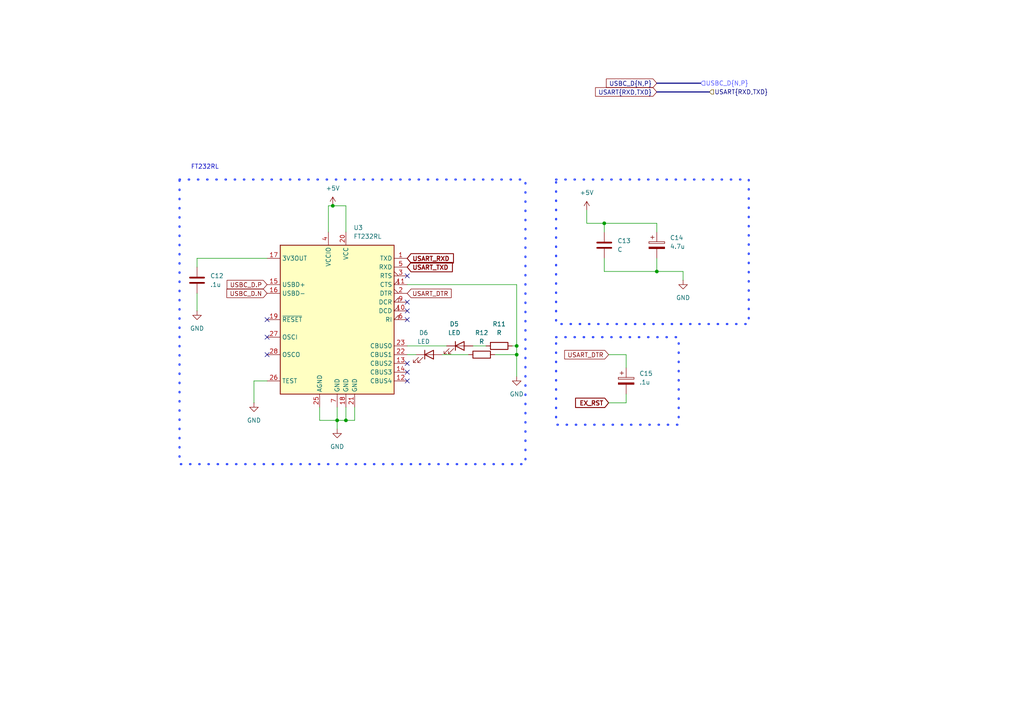
<source format=kicad_sch>
(kicad_sch
	(version 20231120)
	(generator "eeschema")
	(generator_version "8.0")
	(uuid "c5f9ba74-aabe-4677-adf5-8c30f2b7267c")
	(paper "A4")
	(lib_symbols
		(symbol "Device:C"
			(pin_numbers hide)
			(pin_names
				(offset 0.254)
			)
			(exclude_from_sim no)
			(in_bom yes)
			(on_board yes)
			(property "Reference" "C"
				(at 0.635 2.54 0)
				(effects
					(font
						(size 1.27 1.27)
					)
					(justify left)
				)
			)
			(property "Value" "C"
				(at 0.635 -2.54 0)
				(effects
					(font
						(size 1.27 1.27)
					)
					(justify left)
				)
			)
			(property "Footprint" ""
				(at 0.9652 -3.81 0)
				(effects
					(font
						(size 1.27 1.27)
					)
					(hide yes)
				)
			)
			(property "Datasheet" "~"
				(at 0 0 0)
				(effects
					(font
						(size 1.27 1.27)
					)
					(hide yes)
				)
			)
			(property "Description" "Unpolarized capacitor"
				(at 0 0 0)
				(effects
					(font
						(size 1.27 1.27)
					)
					(hide yes)
				)
			)
			(property "ki_keywords" "cap capacitor"
				(at 0 0 0)
				(effects
					(font
						(size 1.27 1.27)
					)
					(hide yes)
				)
			)
			(property "ki_fp_filters" "C_*"
				(at 0 0 0)
				(effects
					(font
						(size 1.27 1.27)
					)
					(hide yes)
				)
			)
			(symbol "C_0_1"
				(polyline
					(pts
						(xy -2.032 -0.762) (xy 2.032 -0.762)
					)
					(stroke
						(width 0.508)
						(type default)
					)
					(fill
						(type none)
					)
				)
				(polyline
					(pts
						(xy -2.032 0.762) (xy 2.032 0.762)
					)
					(stroke
						(width 0.508)
						(type default)
					)
					(fill
						(type none)
					)
				)
			)
			(symbol "C_1_1"
				(pin passive line
					(at 0 3.81 270)
					(length 2.794)
					(name "~"
						(effects
							(font
								(size 1.27 1.27)
							)
						)
					)
					(number "1"
						(effects
							(font
								(size 1.27 1.27)
							)
						)
					)
				)
				(pin passive line
					(at 0 -3.81 90)
					(length 2.794)
					(name "~"
						(effects
							(font
								(size 1.27 1.27)
							)
						)
					)
					(number "2"
						(effects
							(font
								(size 1.27 1.27)
							)
						)
					)
				)
			)
		)
		(symbol "Device:C_Polarized"
			(pin_numbers hide)
			(pin_names
				(offset 0.254)
			)
			(exclude_from_sim no)
			(in_bom yes)
			(on_board yes)
			(property "Reference" "C"
				(at 0.635 2.54 0)
				(effects
					(font
						(size 1.27 1.27)
					)
					(justify left)
				)
			)
			(property "Value" "C_Polarized"
				(at 0.635 -2.54 0)
				(effects
					(font
						(size 1.27 1.27)
					)
					(justify left)
				)
			)
			(property "Footprint" ""
				(at 0.9652 -3.81 0)
				(effects
					(font
						(size 1.27 1.27)
					)
					(hide yes)
				)
			)
			(property "Datasheet" "~"
				(at 0 0 0)
				(effects
					(font
						(size 1.27 1.27)
					)
					(hide yes)
				)
			)
			(property "Description" "Polarized capacitor"
				(at 0 0 0)
				(effects
					(font
						(size 1.27 1.27)
					)
					(hide yes)
				)
			)
			(property "ki_keywords" "cap capacitor"
				(at 0 0 0)
				(effects
					(font
						(size 1.27 1.27)
					)
					(hide yes)
				)
			)
			(property "ki_fp_filters" "CP_*"
				(at 0 0 0)
				(effects
					(font
						(size 1.27 1.27)
					)
					(hide yes)
				)
			)
			(symbol "C_Polarized_0_1"
				(rectangle
					(start -2.286 0.508)
					(end 2.286 1.016)
					(stroke
						(width 0)
						(type default)
					)
					(fill
						(type none)
					)
				)
				(polyline
					(pts
						(xy -1.778 2.286) (xy -0.762 2.286)
					)
					(stroke
						(width 0)
						(type default)
					)
					(fill
						(type none)
					)
				)
				(polyline
					(pts
						(xy -1.27 2.794) (xy -1.27 1.778)
					)
					(stroke
						(width 0)
						(type default)
					)
					(fill
						(type none)
					)
				)
				(rectangle
					(start 2.286 -0.508)
					(end -2.286 -1.016)
					(stroke
						(width 0)
						(type default)
					)
					(fill
						(type outline)
					)
				)
			)
			(symbol "C_Polarized_1_1"
				(pin passive line
					(at 0 3.81 270)
					(length 2.794)
					(name "~"
						(effects
							(font
								(size 1.27 1.27)
							)
						)
					)
					(number "1"
						(effects
							(font
								(size 1.27 1.27)
							)
						)
					)
				)
				(pin passive line
					(at 0 -3.81 90)
					(length 2.794)
					(name "~"
						(effects
							(font
								(size 1.27 1.27)
							)
						)
					)
					(number "2"
						(effects
							(font
								(size 1.27 1.27)
							)
						)
					)
				)
			)
		)
		(symbol "Device:LED"
			(pin_numbers hide)
			(pin_names
				(offset 1.016) hide)
			(exclude_from_sim no)
			(in_bom yes)
			(on_board yes)
			(property "Reference" "D"
				(at 0 2.54 0)
				(effects
					(font
						(size 1.27 1.27)
					)
				)
			)
			(property "Value" "LED"
				(at 0 -2.54 0)
				(effects
					(font
						(size 1.27 1.27)
					)
				)
			)
			(property "Footprint" ""
				(at 0 0 0)
				(effects
					(font
						(size 1.27 1.27)
					)
					(hide yes)
				)
			)
			(property "Datasheet" "~"
				(at 0 0 0)
				(effects
					(font
						(size 1.27 1.27)
					)
					(hide yes)
				)
			)
			(property "Description" "Light emitting diode"
				(at 0 0 0)
				(effects
					(font
						(size 1.27 1.27)
					)
					(hide yes)
				)
			)
			(property "ki_keywords" "LED diode"
				(at 0 0 0)
				(effects
					(font
						(size 1.27 1.27)
					)
					(hide yes)
				)
			)
			(property "ki_fp_filters" "LED* LED_SMD:* LED_THT:*"
				(at 0 0 0)
				(effects
					(font
						(size 1.27 1.27)
					)
					(hide yes)
				)
			)
			(symbol "LED_0_1"
				(polyline
					(pts
						(xy -1.27 -1.27) (xy -1.27 1.27)
					)
					(stroke
						(width 0.254)
						(type default)
					)
					(fill
						(type none)
					)
				)
				(polyline
					(pts
						(xy -1.27 0) (xy 1.27 0)
					)
					(stroke
						(width 0)
						(type default)
					)
					(fill
						(type none)
					)
				)
				(polyline
					(pts
						(xy 1.27 -1.27) (xy 1.27 1.27) (xy -1.27 0) (xy 1.27 -1.27)
					)
					(stroke
						(width 0.254)
						(type default)
					)
					(fill
						(type none)
					)
				)
				(polyline
					(pts
						(xy -3.048 -0.762) (xy -4.572 -2.286) (xy -3.81 -2.286) (xy -4.572 -2.286) (xy -4.572 -1.524)
					)
					(stroke
						(width 0)
						(type default)
					)
					(fill
						(type none)
					)
				)
				(polyline
					(pts
						(xy -1.778 -0.762) (xy -3.302 -2.286) (xy -2.54 -2.286) (xy -3.302 -2.286) (xy -3.302 -1.524)
					)
					(stroke
						(width 0)
						(type default)
					)
					(fill
						(type none)
					)
				)
			)
			(symbol "LED_1_1"
				(pin passive line
					(at -3.81 0 0)
					(length 2.54)
					(name "K"
						(effects
							(font
								(size 1.27 1.27)
							)
						)
					)
					(number "1"
						(effects
							(font
								(size 1.27 1.27)
							)
						)
					)
				)
				(pin passive line
					(at 3.81 0 180)
					(length 2.54)
					(name "A"
						(effects
							(font
								(size 1.27 1.27)
							)
						)
					)
					(number "2"
						(effects
							(font
								(size 1.27 1.27)
							)
						)
					)
				)
			)
		)
		(symbol "Device:R"
			(pin_numbers hide)
			(pin_names
				(offset 0)
			)
			(exclude_from_sim no)
			(in_bom yes)
			(on_board yes)
			(property "Reference" "R"
				(at 2.032 0 90)
				(effects
					(font
						(size 1.27 1.27)
					)
				)
			)
			(property "Value" "R"
				(at 0 0 90)
				(effects
					(font
						(size 1.27 1.27)
					)
				)
			)
			(property "Footprint" ""
				(at -1.778 0 90)
				(effects
					(font
						(size 1.27 1.27)
					)
					(hide yes)
				)
			)
			(property "Datasheet" "~"
				(at 0 0 0)
				(effects
					(font
						(size 1.27 1.27)
					)
					(hide yes)
				)
			)
			(property "Description" "Resistor"
				(at 0 0 0)
				(effects
					(font
						(size 1.27 1.27)
					)
					(hide yes)
				)
			)
			(property "ki_keywords" "R res resistor"
				(at 0 0 0)
				(effects
					(font
						(size 1.27 1.27)
					)
					(hide yes)
				)
			)
			(property "ki_fp_filters" "R_*"
				(at 0 0 0)
				(effects
					(font
						(size 1.27 1.27)
					)
					(hide yes)
				)
			)
			(symbol "R_0_1"
				(rectangle
					(start -1.016 -2.54)
					(end 1.016 2.54)
					(stroke
						(width 0.254)
						(type default)
					)
					(fill
						(type none)
					)
				)
			)
			(symbol "R_1_1"
				(pin passive line
					(at 0 3.81 270)
					(length 1.27)
					(name "~"
						(effects
							(font
								(size 1.27 1.27)
							)
						)
					)
					(number "1"
						(effects
							(font
								(size 1.27 1.27)
							)
						)
					)
				)
				(pin passive line
					(at 0 -3.81 90)
					(length 1.27)
					(name "~"
						(effects
							(font
								(size 1.27 1.27)
							)
						)
					)
					(number "2"
						(effects
							(font
								(size 1.27 1.27)
							)
						)
					)
				)
			)
		)
		(symbol "Interface_USB:FT232RL"
			(exclude_from_sim no)
			(in_bom yes)
			(on_board yes)
			(property "Reference" "U"
				(at -16.51 22.86 0)
				(effects
					(font
						(size 1.27 1.27)
					)
					(justify left)
				)
			)
			(property "Value" "FT232RL"
				(at 10.16 22.86 0)
				(effects
					(font
						(size 1.27 1.27)
					)
					(justify left)
				)
			)
			(property "Footprint" "Package_SO:SSOP-28_5.3x10.2mm_P0.65mm"
				(at 27.94 -22.86 0)
				(effects
					(font
						(size 1.27 1.27)
					)
					(hide yes)
				)
			)
			(property "Datasheet" "https://www.ftdichip.com/Support/Documents/DataSheets/ICs/DS_FT232R.pdf"
				(at 0 0 0)
				(effects
					(font
						(size 1.27 1.27)
					)
					(hide yes)
				)
			)
			(property "Description" "USB to Serial Interface, SSOP-28"
				(at 0 0 0)
				(effects
					(font
						(size 1.27 1.27)
					)
					(hide yes)
				)
			)
			(property "ki_keywords" "FTDI USB Serial"
				(at 0 0 0)
				(effects
					(font
						(size 1.27 1.27)
					)
					(hide yes)
				)
			)
			(property "ki_fp_filters" "SSOP*5.3x10.2mm*P0.65mm*"
				(at 0 0 0)
				(effects
					(font
						(size 1.27 1.27)
					)
					(hide yes)
				)
			)
			(symbol "FT232RL_0_1"
				(rectangle
					(start -16.51 21.59)
					(end 16.51 -21.59)
					(stroke
						(width 0.254)
						(type default)
					)
					(fill
						(type background)
					)
				)
			)
			(symbol "FT232RL_1_1"
				(pin output line
					(at 20.32 17.78 180)
					(length 3.81)
					(name "TXD"
						(effects
							(font
								(size 1.27 1.27)
							)
						)
					)
					(number "1"
						(effects
							(font
								(size 1.27 1.27)
							)
						)
					)
				)
				(pin input input_low
					(at 20.32 2.54 180)
					(length 3.81)
					(name "DCD"
						(effects
							(font
								(size 1.27 1.27)
							)
						)
					)
					(number "10"
						(effects
							(font
								(size 1.27 1.27)
							)
						)
					)
				)
				(pin input input_low
					(at 20.32 10.16 180)
					(length 3.81)
					(name "CTS"
						(effects
							(font
								(size 1.27 1.27)
							)
						)
					)
					(number "11"
						(effects
							(font
								(size 1.27 1.27)
							)
						)
					)
				)
				(pin bidirectional line
					(at 20.32 -17.78 180)
					(length 3.81)
					(name "CBUS4"
						(effects
							(font
								(size 1.27 1.27)
							)
						)
					)
					(number "12"
						(effects
							(font
								(size 1.27 1.27)
							)
						)
					)
				)
				(pin bidirectional line
					(at 20.32 -12.7 180)
					(length 3.81)
					(name "CBUS2"
						(effects
							(font
								(size 1.27 1.27)
							)
						)
					)
					(number "13"
						(effects
							(font
								(size 1.27 1.27)
							)
						)
					)
				)
				(pin bidirectional line
					(at 20.32 -15.24 180)
					(length 3.81)
					(name "CBUS3"
						(effects
							(font
								(size 1.27 1.27)
							)
						)
					)
					(number "14"
						(effects
							(font
								(size 1.27 1.27)
							)
						)
					)
				)
				(pin bidirectional line
					(at -20.32 10.16 0)
					(length 3.81)
					(name "USBD+"
						(effects
							(font
								(size 1.27 1.27)
							)
						)
					)
					(number "15"
						(effects
							(font
								(size 1.27 1.27)
							)
						)
					)
				)
				(pin bidirectional line
					(at -20.32 7.62 0)
					(length 3.81)
					(name "USBD-"
						(effects
							(font
								(size 1.27 1.27)
							)
						)
					)
					(number "16"
						(effects
							(font
								(size 1.27 1.27)
							)
						)
					)
				)
				(pin power_out line
					(at -20.32 17.78 0)
					(length 3.81)
					(name "3V3OUT"
						(effects
							(font
								(size 1.27 1.27)
							)
						)
					)
					(number "17"
						(effects
							(font
								(size 1.27 1.27)
							)
						)
					)
				)
				(pin power_in line
					(at 2.54 -25.4 90)
					(length 3.81)
					(name "GND"
						(effects
							(font
								(size 1.27 1.27)
							)
						)
					)
					(number "18"
						(effects
							(font
								(size 1.27 1.27)
							)
						)
					)
				)
				(pin input line
					(at -20.32 0 0)
					(length 3.81)
					(name "~{RESET}"
						(effects
							(font
								(size 1.27 1.27)
							)
						)
					)
					(number "19"
						(effects
							(font
								(size 1.27 1.27)
							)
						)
					)
				)
				(pin output output_low
					(at 20.32 7.62 180)
					(length 3.81)
					(name "DTR"
						(effects
							(font
								(size 1.27 1.27)
							)
						)
					)
					(number "2"
						(effects
							(font
								(size 1.27 1.27)
							)
						)
					)
				)
				(pin power_in line
					(at 2.54 25.4 270)
					(length 3.81)
					(name "VCC"
						(effects
							(font
								(size 1.27 1.27)
							)
						)
					)
					(number "20"
						(effects
							(font
								(size 1.27 1.27)
							)
						)
					)
				)
				(pin power_in line
					(at 5.08 -25.4 90)
					(length 3.81)
					(name "GND"
						(effects
							(font
								(size 1.27 1.27)
							)
						)
					)
					(number "21"
						(effects
							(font
								(size 1.27 1.27)
							)
						)
					)
				)
				(pin bidirectional line
					(at 20.32 -10.16 180)
					(length 3.81)
					(name "CBUS1"
						(effects
							(font
								(size 1.27 1.27)
							)
						)
					)
					(number "22"
						(effects
							(font
								(size 1.27 1.27)
							)
						)
					)
				)
				(pin bidirectional line
					(at 20.32 -7.62 180)
					(length 3.81)
					(name "CBUS0"
						(effects
							(font
								(size 1.27 1.27)
							)
						)
					)
					(number "23"
						(effects
							(font
								(size 1.27 1.27)
							)
						)
					)
				)
				(pin power_in line
					(at -5.08 -25.4 90)
					(length 3.81)
					(name "AGND"
						(effects
							(font
								(size 1.27 1.27)
							)
						)
					)
					(number "25"
						(effects
							(font
								(size 1.27 1.27)
							)
						)
					)
				)
				(pin input line
					(at -20.32 -17.78 0)
					(length 3.81)
					(name "TEST"
						(effects
							(font
								(size 1.27 1.27)
							)
						)
					)
					(number "26"
						(effects
							(font
								(size 1.27 1.27)
							)
						)
					)
				)
				(pin input line
					(at -20.32 -5.08 0)
					(length 3.81)
					(name "OSCI"
						(effects
							(font
								(size 1.27 1.27)
							)
						)
					)
					(number "27"
						(effects
							(font
								(size 1.27 1.27)
							)
						)
					)
				)
				(pin output line
					(at -20.32 -10.16 0)
					(length 3.81)
					(name "OSCO"
						(effects
							(font
								(size 1.27 1.27)
							)
						)
					)
					(number "28"
						(effects
							(font
								(size 1.27 1.27)
							)
						)
					)
				)
				(pin output output_low
					(at 20.32 12.7 180)
					(length 3.81)
					(name "RTS"
						(effects
							(font
								(size 1.27 1.27)
							)
						)
					)
					(number "3"
						(effects
							(font
								(size 1.27 1.27)
							)
						)
					)
				)
				(pin power_in line
					(at -2.54 25.4 270)
					(length 3.81)
					(name "VCCIO"
						(effects
							(font
								(size 1.27 1.27)
							)
						)
					)
					(number "4"
						(effects
							(font
								(size 1.27 1.27)
							)
						)
					)
				)
				(pin input line
					(at 20.32 15.24 180)
					(length 3.81)
					(name "RXD"
						(effects
							(font
								(size 1.27 1.27)
							)
						)
					)
					(number "5"
						(effects
							(font
								(size 1.27 1.27)
							)
						)
					)
				)
				(pin input input_low
					(at 20.32 0 180)
					(length 3.81)
					(name "RI"
						(effects
							(font
								(size 1.27 1.27)
							)
						)
					)
					(number "6"
						(effects
							(font
								(size 1.27 1.27)
							)
						)
					)
				)
				(pin power_in line
					(at 0 -25.4 90)
					(length 3.81)
					(name "GND"
						(effects
							(font
								(size 1.27 1.27)
							)
						)
					)
					(number "7"
						(effects
							(font
								(size 1.27 1.27)
							)
						)
					)
				)
				(pin input input_low
					(at 20.32 5.08 180)
					(length 3.81)
					(name "DCR"
						(effects
							(font
								(size 1.27 1.27)
							)
						)
					)
					(number "9"
						(effects
							(font
								(size 1.27 1.27)
							)
						)
					)
				)
			)
		)
		(symbol "power:+5V"
			(power)
			(pin_numbers hide)
			(pin_names
				(offset 0) hide)
			(exclude_from_sim no)
			(in_bom yes)
			(on_board yes)
			(property "Reference" "#PWR"
				(at 0 -3.81 0)
				(effects
					(font
						(size 1.27 1.27)
					)
					(hide yes)
				)
			)
			(property "Value" "+5V"
				(at 0 3.556 0)
				(effects
					(font
						(size 1.27 1.27)
					)
				)
			)
			(property "Footprint" ""
				(at 0 0 0)
				(effects
					(font
						(size 1.27 1.27)
					)
					(hide yes)
				)
			)
			(property "Datasheet" ""
				(at 0 0 0)
				(effects
					(font
						(size 1.27 1.27)
					)
					(hide yes)
				)
			)
			(property "Description" "Power symbol creates a global label with name \"+5V\""
				(at 0 0 0)
				(effects
					(font
						(size 1.27 1.27)
					)
					(hide yes)
				)
			)
			(property "ki_keywords" "global power"
				(at 0 0 0)
				(effects
					(font
						(size 1.27 1.27)
					)
					(hide yes)
				)
			)
			(symbol "+5V_0_1"
				(polyline
					(pts
						(xy -0.762 1.27) (xy 0 2.54)
					)
					(stroke
						(width 0)
						(type default)
					)
					(fill
						(type none)
					)
				)
				(polyline
					(pts
						(xy 0 0) (xy 0 2.54)
					)
					(stroke
						(width 0)
						(type default)
					)
					(fill
						(type none)
					)
				)
				(polyline
					(pts
						(xy 0 2.54) (xy 0.762 1.27)
					)
					(stroke
						(width 0)
						(type default)
					)
					(fill
						(type none)
					)
				)
			)
			(symbol "+5V_1_1"
				(pin power_in line
					(at 0 0 90)
					(length 0)
					(name "~"
						(effects
							(font
								(size 1.27 1.27)
							)
						)
					)
					(number "1"
						(effects
							(font
								(size 1.27 1.27)
							)
						)
					)
				)
			)
		)
		(symbol "power:GND"
			(power)
			(pin_numbers hide)
			(pin_names
				(offset 0) hide)
			(exclude_from_sim no)
			(in_bom yes)
			(on_board yes)
			(property "Reference" "#PWR"
				(at 0 -6.35 0)
				(effects
					(font
						(size 1.27 1.27)
					)
					(hide yes)
				)
			)
			(property "Value" "GND"
				(at 0 -3.81 0)
				(effects
					(font
						(size 1.27 1.27)
					)
				)
			)
			(property "Footprint" ""
				(at 0 0 0)
				(effects
					(font
						(size 1.27 1.27)
					)
					(hide yes)
				)
			)
			(property "Datasheet" ""
				(at 0 0 0)
				(effects
					(font
						(size 1.27 1.27)
					)
					(hide yes)
				)
			)
			(property "Description" "Power symbol creates a global label with name \"GND\" , ground"
				(at 0 0 0)
				(effects
					(font
						(size 1.27 1.27)
					)
					(hide yes)
				)
			)
			(property "ki_keywords" "global power"
				(at 0 0 0)
				(effects
					(font
						(size 1.27 1.27)
					)
					(hide yes)
				)
			)
			(symbol "GND_0_1"
				(polyline
					(pts
						(xy 0 0) (xy 0 -1.27) (xy 1.27 -1.27) (xy 0 -2.54) (xy -1.27 -1.27) (xy 0 -1.27)
					)
					(stroke
						(width 0)
						(type default)
					)
					(fill
						(type none)
					)
				)
			)
			(symbol "GND_1_1"
				(pin power_in line
					(at 0 0 270)
					(length 0)
					(name "~"
						(effects
							(font
								(size 1.27 1.27)
							)
						)
					)
					(number "1"
						(effects
							(font
								(size 1.27 1.27)
							)
						)
					)
				)
			)
		)
	)
	(junction
		(at 175.26 64.77)
		(diameter 0)
		(color 0 0 0 0)
		(uuid "121d03d0-bbf5-46cc-bbdc-44a6b39f3db2")
	)
	(junction
		(at 190.5 78.74)
		(diameter 0)
		(color 0 0 0 0)
		(uuid "20935636-f1bd-4fa8-91ce-cf9a5c490794")
	)
	(junction
		(at 149.86 102.87)
		(diameter 0)
		(color 0 0 0 0)
		(uuid "83899e00-446c-4a61-a530-fd02fb54cee3")
	)
	(junction
		(at 96.52 59.69)
		(diameter 0)
		(color 0 0 0 0)
		(uuid "94546913-d73b-443a-8cdc-53118fac7afc")
	)
	(junction
		(at 100.33 121.92)
		(diameter 0)
		(color 0 0 0 0)
		(uuid "cabfe9d9-7bf4-4c73-b5e3-c316be66e61a")
	)
	(junction
		(at 149.86 100.33)
		(diameter 0)
		(color 0 0 0 0)
		(uuid "d7252e57-6207-4371-8fd6-0608158029a4")
	)
	(junction
		(at 97.79 121.92)
		(diameter 0)
		(color 0 0 0 0)
		(uuid "e513db88-cddd-4608-8e8e-eba0dc335ebd")
	)
	(no_connect
		(at 77.47 97.79)
		(uuid "1f9242b7-1bd5-454d-aa6f-02d2a822558b")
	)
	(no_connect
		(at 118.11 92.71)
		(uuid "21b713a0-d8e5-49be-904a-49bae351a11e")
	)
	(no_connect
		(at 118.11 105.41)
		(uuid "25835ccf-2feb-4486-9cb3-563878a6da1b")
	)
	(no_connect
		(at 118.11 80.01)
		(uuid "690e7aee-d90e-469d-a3e3-9d45a5cb4154")
	)
	(no_connect
		(at 118.11 110.49)
		(uuid "8595bb0a-61bb-484f-9e5d-35f65f84a5e8")
	)
	(no_connect
		(at 77.47 102.87)
		(uuid "8db800e5-dd2b-4a6f-b6aa-a1e015d6a273")
	)
	(no_connect
		(at 118.11 107.95)
		(uuid "b472278c-48bb-40c4-92d9-0cb6a6ac639c")
	)
	(no_connect
		(at 118.11 87.63)
		(uuid "b4fc0d52-98b5-4c46-9fbf-9b31fe5269fa")
	)
	(no_connect
		(at 77.47 92.71)
		(uuid "b7e22157-4f5c-4119-ac77-3e38df79a54d")
	)
	(no_connect
		(at 118.11 90.17)
		(uuid "ba519b86-aab3-429b-9673-475a418f1534")
	)
	(wire
		(pts
			(xy 149.86 82.55) (xy 118.11 82.55)
		)
		(stroke
			(width 0)
			(type default)
		)
		(uuid "0c828eae-4d7c-4639-b178-6867af7fa1d2")
	)
	(wire
		(pts
			(xy 175.26 64.77) (xy 175.26 67.31)
		)
		(stroke
			(width 0)
			(type default)
		)
		(uuid "11de2cd4-ea12-4580-8cf9-0718c56ec8e5")
	)
	(wire
		(pts
			(xy 118.11 100.33) (xy 129.54 100.33)
		)
		(stroke
			(width 0)
			(type default)
		)
		(uuid "16c4bd5c-684d-4c58-a4ca-2009516c5b19")
	)
	(wire
		(pts
			(xy 170.18 60.96) (xy 170.18 64.77)
		)
		(stroke
			(width 0)
			(type default)
		)
		(uuid "1a019925-085e-421f-ae64-046b6f5a043c")
	)
	(wire
		(pts
			(xy 190.5 64.77) (xy 175.26 64.77)
		)
		(stroke
			(width 0)
			(type default)
		)
		(uuid "278e8842-b859-45eb-a3d1-cdba8294cfd9")
	)
	(wire
		(pts
			(xy 97.79 121.92) (xy 92.71 121.92)
		)
		(stroke
			(width 0)
			(type default)
		)
		(uuid "2d1382b5-2e39-40c0-9bc3-cdab03930223")
	)
	(wire
		(pts
			(xy 175.26 78.74) (xy 190.5 78.74)
		)
		(stroke
			(width 0)
			(type default)
		)
		(uuid "31766dc8-3edf-4874-8087-540874e8c91b")
	)
	(wire
		(pts
			(xy 97.79 124.46) (xy 97.79 121.92)
		)
		(stroke
			(width 0)
			(type default)
		)
		(uuid "3257d5a5-7cee-44d3-b2b4-13fca265edaa")
	)
	(wire
		(pts
			(xy 97.79 121.92) (xy 100.33 121.92)
		)
		(stroke
			(width 0)
			(type default)
		)
		(uuid "356691be-4490-4c7f-bc48-61642559e075")
	)
	(wire
		(pts
			(xy 149.86 102.87) (xy 149.86 100.33)
		)
		(stroke
			(width 0)
			(type default)
		)
		(uuid "4470d5ba-b8e5-4bcb-9dc5-e36a5d676e3a")
	)
	(wire
		(pts
			(xy 95.25 59.69) (xy 96.52 59.69)
		)
		(stroke
			(width 0)
			(type default)
		)
		(uuid "455720f0-6e3e-454e-9aa8-2401837a4d31")
	)
	(wire
		(pts
			(xy 97.79 118.11) (xy 97.79 121.92)
		)
		(stroke
			(width 0)
			(type default)
		)
		(uuid "456efb4e-8485-470e-806f-9a489436995e")
	)
	(wire
		(pts
			(xy 92.71 121.92) (xy 92.71 118.11)
		)
		(stroke
			(width 0)
			(type default)
		)
		(uuid "48037fe8-b0a0-4d61-9ac7-8474610a9418")
	)
	(wire
		(pts
			(xy 170.18 64.77) (xy 175.26 64.77)
		)
		(stroke
			(width 0)
			(type default)
		)
		(uuid "4dc6141f-50be-494f-a6bd-c37dd98f7f2e")
	)
	(wire
		(pts
			(xy 100.33 67.31) (xy 100.33 59.69)
		)
		(stroke
			(width 0)
			(type default)
		)
		(uuid "59a3ecde-5f40-46de-81b6-f99acb18cfba")
	)
	(wire
		(pts
			(xy 100.33 118.11) (xy 100.33 121.92)
		)
		(stroke
			(width 0)
			(type default)
		)
		(uuid "5c1c10a8-18d3-4878-9055-785c636bb623")
	)
	(wire
		(pts
			(xy 100.33 59.69) (xy 96.52 59.69)
		)
		(stroke
			(width 0)
			(type default)
		)
		(uuid "640f3f75-42c9-4c74-81f1-052942805d4f")
	)
	(wire
		(pts
			(xy 148.59 100.33) (xy 149.86 100.33)
		)
		(stroke
			(width 0)
			(type default)
		)
		(uuid "6c992dd1-b3be-40f2-b9da-85a0744313c3")
	)
	(wire
		(pts
			(xy 181.61 102.87) (xy 176.53 102.87)
		)
		(stroke
			(width 0)
			(type default)
		)
		(uuid "6e2bdb83-c98c-48ac-b6d4-c713f6671dff")
	)
	(wire
		(pts
			(xy 95.25 67.31) (xy 95.25 59.69)
		)
		(stroke
			(width 0)
			(type default)
		)
		(uuid "6f063462-be76-4e91-9954-ec7a00da5bbc")
	)
	(wire
		(pts
			(xy 190.5 78.74) (xy 190.5 74.93)
		)
		(stroke
			(width 0)
			(type default)
		)
		(uuid "7048228e-9b20-468b-8481-c25a34207a35")
	)
	(wire
		(pts
			(xy 137.16 100.33) (xy 140.97 100.33)
		)
		(stroke
			(width 0)
			(type default)
		)
		(uuid "71994703-f03e-4c0e-8f1e-ca62905ea893")
	)
	(wire
		(pts
			(xy 57.15 74.93) (xy 77.47 74.93)
		)
		(stroke
			(width 0)
			(type default)
		)
		(uuid "78165ad9-47e9-44df-8baa-4a5b22b4b500")
	)
	(bus
		(pts
			(xy 190.5 26.67) (xy 205.74 26.67)
		)
		(stroke
			(width 0)
			(type default)
		)
		(uuid "7b1e7ca4-befc-4337-883b-d98d47685459")
	)
	(wire
		(pts
			(xy 149.86 100.33) (xy 149.86 82.55)
		)
		(stroke
			(width 0)
			(type default)
		)
		(uuid "837481b1-a935-4a23-9465-ff623d2969b8")
	)
	(wire
		(pts
			(xy 181.61 116.84) (xy 181.61 114.3)
		)
		(stroke
			(width 0)
			(type default)
		)
		(uuid "83e7b453-2624-44ad-8419-e01cae579855")
	)
	(wire
		(pts
			(xy 73.66 116.84) (xy 73.66 110.49)
		)
		(stroke
			(width 0)
			(type default)
		)
		(uuid "8f9a46a9-fbbd-44b1-80b2-13b98fc938d7")
	)
	(wire
		(pts
			(xy 57.15 85.09) (xy 57.15 90.17)
		)
		(stroke
			(width 0)
			(type default)
		)
		(uuid "914cd210-5ccf-4669-bd0f-533f8cc5fbaa")
	)
	(wire
		(pts
			(xy 102.87 118.11) (xy 102.87 121.92)
		)
		(stroke
			(width 0)
			(type default)
		)
		(uuid "92476961-96f8-42be-99c4-1d888aed3b8e")
	)
	(wire
		(pts
			(xy 175.26 74.93) (xy 175.26 78.74)
		)
		(stroke
			(width 0)
			(type default)
		)
		(uuid "92d94f8a-0b56-4b22-954b-93dd4105b970")
	)
	(bus
		(pts
			(xy 190.5 24.13) (xy 203.2 24.13)
		)
		(stroke
			(width 0)
			(type default)
		)
		(uuid "94dbfd6b-5246-4967-8937-5d1edc8bbf2f")
	)
	(wire
		(pts
			(xy 190.5 67.31) (xy 190.5 64.77)
		)
		(stroke
			(width 0)
			(type default)
		)
		(uuid "9b3871ee-fea5-4e04-a8e8-fb8bdc20edcb")
	)
	(wire
		(pts
			(xy 176.53 116.84) (xy 181.61 116.84)
		)
		(stroke
			(width 0)
			(type default)
		)
		(uuid "b67e40c2-6807-42d4-abcb-b3f029e43340")
	)
	(wire
		(pts
			(xy 198.12 81.28) (xy 198.12 78.74)
		)
		(stroke
			(width 0)
			(type default)
		)
		(uuid "c213598a-3dd2-49f9-bbe1-497487721e19")
	)
	(wire
		(pts
			(xy 100.33 121.92) (xy 102.87 121.92)
		)
		(stroke
			(width 0)
			(type default)
		)
		(uuid "cb877b43-9044-42a2-bc35-9f76e532b545")
	)
	(wire
		(pts
			(xy 120.65 102.87) (xy 118.11 102.87)
		)
		(stroke
			(width 0)
			(type default)
		)
		(uuid "cdba53be-715d-4093-a9bf-15a561aaa230")
	)
	(wire
		(pts
			(xy 128.27 102.87) (xy 135.89 102.87)
		)
		(stroke
			(width 0)
			(type default)
		)
		(uuid "cf03db45-758e-483a-b351-ffe536d50357")
	)
	(wire
		(pts
			(xy 198.12 78.74) (xy 190.5 78.74)
		)
		(stroke
			(width 0)
			(type default)
		)
		(uuid "db23ae29-b318-4a85-ac70-c0168bcf57ea")
	)
	(wire
		(pts
			(xy 73.66 110.49) (xy 77.47 110.49)
		)
		(stroke
			(width 0)
			(type default)
		)
		(uuid "eb86c5bb-466a-4314-9e6e-8fe10ddda73a")
	)
	(wire
		(pts
			(xy 181.61 106.68) (xy 181.61 102.87)
		)
		(stroke
			(width 0)
			(type default)
		)
		(uuid "ec461f3c-5138-49b8-a94b-535d2590fc7b")
	)
	(wire
		(pts
			(xy 143.51 102.87) (xy 149.86 102.87)
		)
		(stroke
			(width 0)
			(type default)
		)
		(uuid "f2654ee7-bcd7-4003-af59-dfbb3e7b9eab")
	)
	(wire
		(pts
			(xy 149.86 109.22) (xy 149.86 102.87)
		)
		(stroke
			(width 0)
			(type default)
		)
		(uuid "fddb1fe9-fc6c-4826-b724-5c9ed433bb5c")
	)
	(wire
		(pts
			(xy 57.15 77.47) (xy 57.15 74.93)
		)
		(stroke
			(width 0)
			(type default)
		)
		(uuid "fe5f9c80-fb71-4edf-bb5b-f4572c65ef55")
	)
	(rectangle
		(start 161.29 52.07)
		(end 217.17 93.98)
		(stroke
			(width 0.635)
			(type dot)
			(color 46 70 255 1)
		)
		(fill
			(type none)
		)
		(uuid 39baef9e-5ba3-4e86-a113-90c7d502116b)
	)
	(rectangle
		(start 52.07 52.07)
		(end 152.4 134.62)
		(stroke
			(width 0.635)
			(type dot)
			(color 46 70 255 1)
		)
		(fill
			(type none)
		)
		(uuid cc47abbb-e587-4a96-b1fc-3b83d1bb346c)
	)
	(rectangle
		(start 161.29 97.79)
		(end 196.85 123.19)
		(stroke
			(width 0.635)
			(type dot)
			(color 46 70 255 1)
		)
		(fill
			(type none)
		)
		(uuid db4b1565-0af1-44b5-99bc-2fb36e7efdd6)
	)
	(text "FT232RL\n"
		(exclude_from_sim no)
		(at 59.436 48.514 0)
		(effects
			(font
				(size 1.27 1.27)
			)
		)
		(uuid "39b4c7e8-6b15-40c5-9dea-76e19745e8fc")
	)
	(global_label "USART{RXD,TXD}"
		(shape input)
		(at 190.5 26.67 180)
		(fields_autoplaced yes)
		(effects
			(font
				(size 1.27 1.27)
			)
			(justify right)
		)
		(uuid "7a032d6a-f4d9-47b4-ab4f-e6e33f0338de")
		(property "Intersheetrefs" "${INTERSHEET_REFS}"
			(at 172.1538 26.67 0)
			(effects
				(font
					(size 1.27 1.27)
				)
				(justify right)
				(hide yes)
			)
		)
	)
	(global_label "USART_DTR"
		(shape input)
		(at 176.53 102.87 180)
		(fields_autoplaced yes)
		(effects
			(font
				(size 1.27 1.27)
			)
			(justify right)
		)
		(uuid "7f2eb6d1-480d-4f95-8960-4c628b0aaa05")
		(property "Intersheetrefs" "${INTERSHEET_REFS}"
			(at 163.2034 102.87 0)
			(effects
				(font
					(size 1.27 1.27)
				)
				(justify right)
				(hide yes)
			)
		)
	)
	(global_label "USBC_D.P"
		(shape input)
		(at 77.47 82.55 180)
		(fields_autoplaced yes)
		(effects
			(font
				(size 1.27 1.27)
			)
			(justify right)
		)
		(uuid "a9a08d9f-2ad2-431d-8640-341283ea1777")
		(property "Intersheetrefs" "${INTERSHEET_REFS}"
			(at 65.2924 82.55 0)
			(effects
				(font
					(size 1.27 1.27)
				)
				(justify right)
				(hide yes)
			)
		)
	)
	(global_label "USBC_D{N,P}"
		(shape input)
		(at 190.5 24.13 180)
		(fields_autoplaced yes)
		(effects
			(font
				(size 1.27 1.27)
			)
			(justify right)
		)
		(uuid "b8302bda-29a8-4587-a0f9-dd8674107589")
		(property "Intersheetrefs" "${INTERSHEET_REFS}"
			(at 175.2985 24.13 0)
			(effects
				(font
					(size 1.27 1.27)
				)
				(justify right)
				(hide yes)
			)
		)
	)
	(global_label "USBC_D.N"
		(shape input)
		(at 77.47 85.09 180)
		(fields_autoplaced yes)
		(effects
			(font
				(size 1.27 1.27)
			)
			(justify right)
		)
		(uuid "c0b61894-8724-4ce4-a611-e530fa6af333")
		(property "Intersheetrefs" "${INTERSHEET_REFS}"
			(at 65.2319 85.09 0)
			(effects
				(font
					(size 1.27 1.27)
				)
				(justify right)
				(hide yes)
			)
		)
	)
	(global_label "EX_RST"
		(shape input)
		(at 176.53 116.84 180)
		(fields_autoplaced yes)
		(effects
			(font
				(size 1.27 1.27)
				(thickness 0.254)
				(bold yes)
			)
			(justify right)
		)
		(uuid "ccfb9a9b-fd9a-4413-b4ca-69f40dc0dff6")
		(property "Intersheetrefs" "${INTERSHEET_REFS}"
			(at 166.2956 116.84 0)
			(effects
				(font
					(size 1.27 1.27)
				)
				(justify right)
				(hide yes)
			)
		)
	)
	(global_label "USART_RXD"
		(shape input)
		(at 118.11 74.93 0)
		(fields_autoplaced yes)
		(effects
			(font
				(size 1.27 1.27)
				(thickness 0.254)
				(bold yes)
			)
			(justify left)
		)
		(uuid "d24e77df-78be-4ead-a74d-eff5081b15a4")
		(property "Intersheetrefs" "${INTERSHEET_REFS}"
			(at 132.1545 74.93 0)
			(effects
				(font
					(size 1.27 1.27)
				)
				(justify left)
				(hide yes)
			)
		)
	)
	(global_label "USART_TXD"
		(shape input)
		(at 118.11 77.47 0)
		(fields_autoplaced yes)
		(effects
			(font
				(size 1.27 1.27)
				(thickness 0.254)
				(bold yes)
			)
			(justify left)
		)
		(uuid "df9a47f0-80b7-482e-b959-e4db77fdd983")
		(property "Intersheetrefs" "${INTERSHEET_REFS}"
			(at 131.8521 77.47 0)
			(effects
				(font
					(size 1.27 1.27)
				)
				(justify left)
				(hide yes)
			)
		)
	)
	(global_label "USART_DTR"
		(shape input)
		(at 118.11 85.09 0)
		(fields_autoplaced yes)
		(effects
			(font
				(size 1.27 1.27)
				(thickness 0.1588)
			)
			(justify left)
		)
		(uuid "fc4c2cdb-d7e6-47d8-b18b-0624d46b0c82")
		(property "Intersheetrefs" "${INTERSHEET_REFS}"
			(at 131.4366 85.09 0)
			(effects
				(font
					(size 1.27 1.27)
				)
				(justify left)
				(hide yes)
			)
		)
	)
	(hierarchical_label "USART{RXD,TXD}"
		(shape input)
		(at 205.74 26.67 0)
		(effects
			(font
				(size 1.27 1.27)
			)
			(justify left)
		)
		(uuid "24a37c38-01ed-4807-b3ba-b515a0bb4408")
	)
	(hierarchical_label "USBC_D{N,P}"
		(shape input)
		(at 203.2 24.13 0)
		(effects
			(font
				(size 1.27 1.27)
				(color 85 88 255 1)
			)
			(justify left)
		)
		(uuid "61450d65-f77c-49ad-af76-956cea84cf72")
	)
	(symbol
		(lib_id "power:+5V")
		(at 170.18 60.96 0)
		(unit 1)
		(exclude_from_sim no)
		(in_bom yes)
		(on_board yes)
		(dnp no)
		(fields_autoplaced yes)
		(uuid "01fa8093-b1ba-4646-82d0-abaf95cc937f")
		(property "Reference" "#PWR036"
			(at 170.18 64.77 0)
			(effects
				(font
					(size 1.27 1.27)
				)
				(hide yes)
			)
		)
		(property "Value" "+5V"
			(at 170.18 55.88 0)
			(effects
				(font
					(size 1.27 1.27)
				)
			)
		)
		(property "Footprint" ""
			(at 170.18 60.96 0)
			(effects
				(font
					(size 1.27 1.27)
				)
				(hide yes)
			)
		)
		(property "Datasheet" ""
			(at 170.18 60.96 0)
			(effects
				(font
					(size 1.27 1.27)
				)
				(hide yes)
			)
		)
		(property "Description" "Power symbol creates a global label with name \"+5V\""
			(at 170.18 60.96 0)
			(effects
				(font
					(size 1.27 1.27)
				)
				(hide yes)
			)
		)
		(pin "1"
			(uuid "ce795955-ac24-48ce-8954-50f64ec43395")
		)
		(instances
			(project ""
				(path "/0d3b5cc8-796e-4bf6-9981-31f427beb9c4/fd577bd5-55f9-49e9-9d6d-77a87a526084"
					(reference "#PWR036")
					(unit 1)
				)
			)
		)
	)
	(symbol
		(lib_id "Device:R")
		(at 139.7 102.87 90)
		(unit 1)
		(exclude_from_sim no)
		(in_bom yes)
		(on_board yes)
		(dnp no)
		(fields_autoplaced yes)
		(uuid "0c531e99-075b-4871-8df9-7ce008f12143")
		(property "Reference" "R12"
			(at 139.7 96.52 90)
			(effects
				(font
					(size 1.27 1.27)
				)
			)
		)
		(property "Value" "R"
			(at 139.7 99.06 90)
			(effects
				(font
					(size 1.27 1.27)
				)
			)
		)
		(property "Footprint" "Resistor_SMD:R_0402_1005Metric_Pad0.72x0.64mm_HandSolder"
			(at 139.7 104.648 90)
			(effects
				(font
					(size 1.27 1.27)
				)
				(hide yes)
			)
		)
		(property "Datasheet" "~"
			(at 139.7 102.87 0)
			(effects
				(font
					(size 1.27 1.27)
				)
				(hide yes)
			)
		)
		(property "Description" "Resistor"
			(at 139.7 102.87 0)
			(effects
				(font
					(size 1.27 1.27)
				)
				(hide yes)
			)
		)
		(pin "1"
			(uuid "eec6d2dd-3cd5-478d-aa61-af4ee04c8b46")
		)
		(pin "2"
			(uuid "dc98f8ea-24d4-4f81-b509-f8edcb04ad21")
		)
		(instances
			(project ""
				(path "/0d3b5cc8-796e-4bf6-9981-31f427beb9c4/fd577bd5-55f9-49e9-9d6d-77a87a526084"
					(reference "R12")
					(unit 1)
				)
			)
		)
	)
	(symbol
		(lib_id "Device:C")
		(at 57.15 81.28 0)
		(unit 1)
		(exclude_from_sim no)
		(in_bom yes)
		(on_board yes)
		(dnp no)
		(fields_autoplaced yes)
		(uuid "1df144e0-4016-44b8-aa15-216be2ee6fd4")
		(property "Reference" "C12"
			(at 60.96 80.0099 0)
			(effects
				(font
					(size 1.27 1.27)
				)
				(justify left)
			)
		)
		(property "Value" ".1u"
			(at 60.96 82.5499 0)
			(effects
				(font
					(size 1.27 1.27)
				)
				(justify left)
			)
		)
		(property "Footprint" "Capacitor_SMD:C_0402_1005Metric_Pad0.74x0.62mm_HandSolder"
			(at 58.1152 85.09 0)
			(effects
				(font
					(size 1.27 1.27)
				)
				(hide yes)
			)
		)
		(property "Datasheet" "~"
			(at 57.15 81.28 0)
			(effects
				(font
					(size 1.27 1.27)
				)
				(hide yes)
			)
		)
		(property "Description" "Unpolarized capacitor"
			(at 57.15 81.28 0)
			(effects
				(font
					(size 1.27 1.27)
				)
				(hide yes)
			)
		)
		(pin "2"
			(uuid "97681646-058a-4ae4-b5be-4ecf56bf4e08")
		)
		(pin "1"
			(uuid "fc41289f-0ff9-4933-b1b0-5185d0d5231d")
		)
		(instances
			(project ""
				(path "/0d3b5cc8-796e-4bf6-9981-31f427beb9c4/fd577bd5-55f9-49e9-9d6d-77a87a526084"
					(reference "C12")
					(unit 1)
				)
			)
		)
	)
	(symbol
		(lib_id "Interface_USB:FT232RL")
		(at 97.79 92.71 0)
		(unit 1)
		(exclude_from_sim no)
		(in_bom yes)
		(on_board yes)
		(dnp no)
		(fields_autoplaced yes)
		(uuid "237d9959-c3ee-429a-bd46-d0b1f6fbb51f")
		(property "Reference" "U3"
			(at 102.5241 66.04 0)
			(effects
				(font
					(size 1.27 1.27)
				)
				(justify left)
			)
		)
		(property "Value" "FT232RL"
			(at 102.5241 68.58 0)
			(effects
				(font
					(size 1.27 1.27)
				)
				(justify left)
			)
		)
		(property "Footprint" "Package_SO:SSOP-28_5.3x10.2mm_P0.65mm"
			(at 125.73 115.57 0)
			(effects
				(font
					(size 1.27 1.27)
				)
				(hide yes)
			)
		)
		(property "Datasheet" "https://www.ftdichip.com/Support/Documents/DataSheets/ICs/DS_FT232R.pdf"
			(at 97.79 92.71 0)
			(effects
				(font
					(size 1.27 1.27)
				)
				(hide yes)
			)
		)
		(property "Description" "USB to Serial Interface, SSOP-28"
			(at 97.79 92.71 0)
			(effects
				(font
					(size 1.27 1.27)
				)
				(hide yes)
			)
		)
		(pin "18"
			(uuid "75677b7f-e110-457b-b62a-ac0896b97484")
		)
		(pin "22"
			(uuid "1aa1baf6-6c84-4574-8907-46e807541156")
		)
		(pin "12"
			(uuid "fc1fe6ab-0131-4a8b-a8df-73f066086ca5")
		)
		(pin "11"
			(uuid "1947b72c-64d4-45ad-ab18-96f0ac9dbb12")
		)
		(pin "26"
			(uuid "1a79e919-32a4-4a4b-affe-080532509c5d")
		)
		(pin "15"
			(uuid "5697427d-0786-45f6-aa56-e5d56adac25f")
		)
		(pin "19"
			(uuid "ba337549-cf37-4ef6-80cb-54ec3923e651")
		)
		(pin "28"
			(uuid "9e84af83-6847-40f1-9a9d-9df18386f112")
		)
		(pin "13"
			(uuid "f7de2e5c-5ab4-475b-baf1-0c335dd61a67")
		)
		(pin "3"
			(uuid "d73ff2e6-d119-4efe-a61a-9a7291d56cf2")
		)
		(pin "4"
			(uuid "707f52ba-59e5-4c8e-a81d-67be9373ea3b")
		)
		(pin "6"
			(uuid "ae3467cd-1a6f-4dcd-a3de-d66728d6847b")
		)
		(pin "2"
			(uuid "cb15169e-2083-4399-b43c-dfcaab8336b9")
		)
		(pin "21"
			(uuid "ffa62038-863c-43b0-8f80-9d8f5d8973eb")
		)
		(pin "23"
			(uuid "0d1048c7-3720-4365-9be3-33e37bfc9d25")
		)
		(pin "27"
			(uuid "eb321661-b7a2-4a3d-bc28-64f063264da9")
		)
		(pin "7"
			(uuid "a1d4d65a-9813-4cc9-a6f9-1801f32a8ed5")
		)
		(pin "25"
			(uuid "9f85ae34-89c7-4bd6-803d-7baf411040ce")
		)
		(pin "14"
			(uuid "196dbb0d-0fc5-4521-a78d-a0ce50a8f35e")
		)
		(pin "5"
			(uuid "454c697a-4645-48b8-aecd-f4cd79a92603")
		)
		(pin "20"
			(uuid "42204a49-5625-4600-ae75-34c687b47fe5")
		)
		(pin "10"
			(uuid "cad946b3-0362-46e0-9a2f-58b0e608363f")
		)
		(pin "17"
			(uuid "a5e24bae-a2c8-4575-83d0-d42794dc902a")
		)
		(pin "9"
			(uuid "c70b1a72-4941-43e3-b06a-8c1aebaf7450")
		)
		(pin "1"
			(uuid "db3ee381-ade0-41de-aec3-a57c8871df77")
		)
		(pin "16"
			(uuid "41d269f5-bf99-4a0d-b47c-70423249118d")
		)
		(instances
			(project ""
				(path "/0d3b5cc8-796e-4bf6-9981-31f427beb9c4/fd577bd5-55f9-49e9-9d6d-77a87a526084"
					(reference "U3")
					(unit 1)
				)
			)
		)
	)
	(symbol
		(lib_id "Device:C")
		(at 175.26 71.12 0)
		(unit 1)
		(exclude_from_sim no)
		(in_bom yes)
		(on_board yes)
		(dnp no)
		(fields_autoplaced yes)
		(uuid "2efc7e56-0b71-455b-a0a7-38fbe1a46545")
		(property "Reference" "C13"
			(at 179.07 69.8499 0)
			(effects
				(font
					(size 1.27 1.27)
				)
				(justify left)
			)
		)
		(property "Value" "C"
			(at 179.07 72.3899 0)
			(effects
				(font
					(size 1.27 1.27)
				)
				(justify left)
			)
		)
		(property "Footprint" "Capacitor_SMD:C_0603_1608Metric_Pad1.08x0.95mm_HandSolder"
			(at 176.2252 74.93 0)
			(effects
				(font
					(size 1.27 1.27)
				)
				(hide yes)
			)
		)
		(property "Datasheet" "~"
			(at 175.26 71.12 0)
			(effects
				(font
					(size 1.27 1.27)
				)
				(hide yes)
			)
		)
		(property "Description" "Unpolarized capacitor"
			(at 175.26 71.12 0)
			(effects
				(font
					(size 1.27 1.27)
				)
				(hide yes)
			)
		)
		(pin "2"
			(uuid "fa9ec8af-db84-4c8c-b236-a8ad3c6d0ac6")
		)
		(pin "1"
			(uuid "f684e06a-a4ae-460e-9914-e6af1a818e32")
		)
		(instances
			(project ""
				(path "/0d3b5cc8-796e-4bf6-9981-31f427beb9c4/fd577bd5-55f9-49e9-9d6d-77a87a526084"
					(reference "C13")
					(unit 1)
				)
			)
		)
	)
	(symbol
		(lib_id "Device:LED")
		(at 133.35 100.33 0)
		(unit 1)
		(exclude_from_sim no)
		(in_bom yes)
		(on_board yes)
		(dnp no)
		(fields_autoplaced yes)
		(uuid "30791ab5-eda3-43af-b9c7-833fc7c51259")
		(property "Reference" "D5"
			(at 131.7625 93.98 0)
			(effects
				(font
					(size 1.27 1.27)
				)
			)
		)
		(property "Value" "LED"
			(at 131.7625 96.52 0)
			(effects
				(font
					(size 1.27 1.27)
				)
			)
		)
		(property "Footprint" "Diode_SMD:D_0402_1005Metric_Pad0.77x0.64mm_HandSolder"
			(at 133.35 100.33 0)
			(effects
				(font
					(size 1.27 1.27)
				)
				(hide yes)
			)
		)
		(property "Datasheet" "~"
			(at 133.35 100.33 0)
			(effects
				(font
					(size 1.27 1.27)
				)
				(hide yes)
			)
		)
		(property "Description" "Light emitting diode"
			(at 133.35 100.33 0)
			(effects
				(font
					(size 1.27 1.27)
				)
				(hide yes)
			)
		)
		(pin "1"
			(uuid "13d42ce5-19a5-4374-82fb-3c40e04b73a3")
		)
		(pin "2"
			(uuid "9e56f54d-72be-4bf9-aae8-d6929b78d776")
		)
		(instances
			(project ""
				(path "/0d3b5cc8-796e-4bf6-9981-31f427beb9c4/fd577bd5-55f9-49e9-9d6d-77a87a526084"
					(reference "D5")
					(unit 1)
				)
			)
		)
	)
	(symbol
		(lib_id "Device:C_Polarized")
		(at 190.5 71.12 0)
		(unit 1)
		(exclude_from_sim no)
		(in_bom yes)
		(on_board yes)
		(dnp no)
		(fields_autoplaced yes)
		(uuid "55c94194-b7f1-4ab9-a3b8-58968548b853")
		(property "Reference" "C14"
			(at 194.31 68.9609 0)
			(effects
				(font
					(size 1.27 1.27)
				)
				(justify left)
			)
		)
		(property "Value" "4.7u"
			(at 194.31 71.5009 0)
			(effects
				(font
					(size 1.27 1.27)
				)
				(justify left)
			)
		)
		(property "Footprint" "Capacitor_SMD:C_Elec_6.3x7.7"
			(at 191.4652 74.93 0)
			(effects
				(font
					(size 1.27 1.27)
				)
				(hide yes)
			)
		)
		(property "Datasheet" "~"
			(at 190.5 71.12 0)
			(effects
				(font
					(size 1.27 1.27)
				)
				(hide yes)
			)
		)
		(property "Description" "Polarized capacitor"
			(at 190.5 71.12 0)
			(effects
				(font
					(size 1.27 1.27)
				)
				(hide yes)
			)
		)
		(pin "1"
			(uuid "a4ff5088-1b35-48b9-affe-f0c1f257eb02")
		)
		(pin "2"
			(uuid "53e9105b-d547-4bdc-aa64-1495a804baac")
		)
		(instances
			(project ""
				(path "/0d3b5cc8-796e-4bf6-9981-31f427beb9c4/fd577bd5-55f9-49e9-9d6d-77a87a526084"
					(reference "C14")
					(unit 1)
				)
			)
		)
	)
	(symbol
		(lib_id "Device:R")
		(at 144.78 100.33 90)
		(unit 1)
		(exclude_from_sim no)
		(in_bom yes)
		(on_board yes)
		(dnp no)
		(fields_autoplaced yes)
		(uuid "577219e5-8bcd-4cc6-9525-7e45b407f0ea")
		(property "Reference" "R11"
			(at 144.78 93.98 90)
			(effects
				(font
					(size 1.27 1.27)
				)
			)
		)
		(property "Value" "R"
			(at 144.78 96.52 90)
			(effects
				(font
					(size 1.27 1.27)
				)
			)
		)
		(property "Footprint" "Resistor_SMD:R_0402_1005Metric_Pad0.72x0.64mm_HandSolder"
			(at 144.78 102.108 90)
			(effects
				(font
					(size 1.27 1.27)
				)
				(hide yes)
			)
		)
		(property "Datasheet" "~"
			(at 144.78 100.33 0)
			(effects
				(font
					(size 1.27 1.27)
				)
				(hide yes)
			)
		)
		(property "Description" "Resistor"
			(at 144.78 100.33 0)
			(effects
				(font
					(size 1.27 1.27)
				)
				(hide yes)
			)
		)
		(pin "2"
			(uuid "fa1ce9da-3507-4dc4-b576-d2bc96123051")
		)
		(pin "1"
			(uuid "8aaabc31-f086-476e-8327-167d04535966")
		)
		(instances
			(project ""
				(path "/0d3b5cc8-796e-4bf6-9981-31f427beb9c4/fd577bd5-55f9-49e9-9d6d-77a87a526084"
					(reference "R11")
					(unit 1)
				)
			)
		)
	)
	(symbol
		(lib_id "power:GND")
		(at 149.86 109.22 0)
		(unit 1)
		(exclude_from_sim no)
		(in_bom yes)
		(on_board yes)
		(dnp no)
		(fields_autoplaced yes)
		(uuid "57abc584-d210-455f-a5ec-9107be39e21c")
		(property "Reference" "#PWR032"
			(at 149.86 115.57 0)
			(effects
				(font
					(size 1.27 1.27)
				)
				(hide yes)
			)
		)
		(property "Value" "GND"
			(at 149.86 114.3 0)
			(effects
				(font
					(size 1.27 1.27)
				)
			)
		)
		(property "Footprint" ""
			(at 149.86 109.22 0)
			(effects
				(font
					(size 1.27 1.27)
				)
				(hide yes)
			)
		)
		(property "Datasheet" ""
			(at 149.86 109.22 0)
			(effects
				(font
					(size 1.27 1.27)
				)
				(hide yes)
			)
		)
		(property "Description" "Power symbol creates a global label with name \"GND\" , ground"
			(at 149.86 109.22 0)
			(effects
				(font
					(size 1.27 1.27)
				)
				(hide yes)
			)
		)
		(pin "1"
			(uuid "faab7da6-4084-43da-a01e-40561a5db4f1")
		)
		(instances
			(project ""
				(path "/0d3b5cc8-796e-4bf6-9981-31f427beb9c4/fd577bd5-55f9-49e9-9d6d-77a87a526084"
					(reference "#PWR032")
					(unit 1)
				)
			)
		)
	)
	(symbol
		(lib_id "Device:LED")
		(at 124.46 102.87 0)
		(unit 1)
		(exclude_from_sim no)
		(in_bom yes)
		(on_board yes)
		(dnp no)
		(fields_autoplaced yes)
		(uuid "67b877b0-fcc8-4872-8167-f4c41e5b9313")
		(property "Reference" "D6"
			(at 122.8725 96.52 0)
			(effects
				(font
					(size 1.27 1.27)
				)
			)
		)
		(property "Value" "LED"
			(at 122.8725 99.06 0)
			(effects
				(font
					(size 1.27 1.27)
				)
			)
		)
		(property "Footprint" "Diode_SMD:D_0402_1005Metric_Pad0.77x0.64mm_HandSolder"
			(at 124.46 102.87 0)
			(effects
				(font
					(size 1.27 1.27)
				)
				(hide yes)
			)
		)
		(property "Datasheet" "~"
			(at 124.46 102.87 0)
			(effects
				(font
					(size 1.27 1.27)
				)
				(hide yes)
			)
		)
		(property "Description" "Light emitting diode"
			(at 124.46 102.87 0)
			(effects
				(font
					(size 1.27 1.27)
				)
				(hide yes)
			)
		)
		(pin "2"
			(uuid "cd5efc9e-de06-40dd-9f92-1576a1228947")
		)
		(pin "1"
			(uuid "b97e5785-3fdf-4a94-ad86-9767b97e69fe")
		)
		(instances
			(project ""
				(path "/0d3b5cc8-796e-4bf6-9981-31f427beb9c4/fd577bd5-55f9-49e9-9d6d-77a87a526084"
					(reference "D6")
					(unit 1)
				)
			)
		)
	)
	(symbol
		(lib_id "power:GND")
		(at 97.79 124.46 0)
		(unit 1)
		(exclude_from_sim no)
		(in_bom yes)
		(on_board yes)
		(dnp no)
		(fields_autoplaced yes)
		(uuid "7283277a-d57d-4b5a-9639-149a44d7bce1")
		(property "Reference" "#PWR033"
			(at 97.79 130.81 0)
			(effects
				(font
					(size 1.27 1.27)
				)
				(hide yes)
			)
		)
		(property "Value" "GND"
			(at 97.79 129.54 0)
			(effects
				(font
					(size 1.27 1.27)
				)
			)
		)
		(property "Footprint" ""
			(at 97.79 124.46 0)
			(effects
				(font
					(size 1.27 1.27)
				)
				(hide yes)
			)
		)
		(property "Datasheet" ""
			(at 97.79 124.46 0)
			(effects
				(font
					(size 1.27 1.27)
				)
				(hide yes)
			)
		)
		(property "Description" "Power symbol creates a global label with name \"GND\" , ground"
			(at 97.79 124.46 0)
			(effects
				(font
					(size 1.27 1.27)
				)
				(hide yes)
			)
		)
		(pin "1"
			(uuid "1b065a83-e2f1-4514-bfec-c568293a99a9")
		)
		(instances
			(project ""
				(path "/0d3b5cc8-796e-4bf6-9981-31f427beb9c4/fd577bd5-55f9-49e9-9d6d-77a87a526084"
					(reference "#PWR033")
					(unit 1)
				)
			)
		)
	)
	(symbol
		(lib_id "power:GND")
		(at 198.12 81.28 0)
		(unit 1)
		(exclude_from_sim no)
		(in_bom yes)
		(on_board yes)
		(dnp no)
		(fields_autoplaced yes)
		(uuid "76dca521-3d71-4d8c-8224-4653c6c531bd")
		(property "Reference" "#PWR037"
			(at 198.12 87.63 0)
			(effects
				(font
					(size 1.27 1.27)
				)
				(hide yes)
			)
		)
		(property "Value" "GND"
			(at 198.12 86.36 0)
			(effects
				(font
					(size 1.27 1.27)
				)
			)
		)
		(property "Footprint" ""
			(at 198.12 81.28 0)
			(effects
				(font
					(size 1.27 1.27)
				)
				(hide yes)
			)
		)
		(property "Datasheet" ""
			(at 198.12 81.28 0)
			(effects
				(font
					(size 1.27 1.27)
				)
				(hide yes)
			)
		)
		(property "Description" "Power symbol creates a global label with name \"GND\" , ground"
			(at 198.12 81.28 0)
			(effects
				(font
					(size 1.27 1.27)
				)
				(hide yes)
			)
		)
		(pin "1"
			(uuid "38452b41-dbaa-45f4-a632-aec37c3e1f05")
		)
		(instances
			(project ""
				(path "/0d3b5cc8-796e-4bf6-9981-31f427beb9c4/fd577bd5-55f9-49e9-9d6d-77a87a526084"
					(reference "#PWR037")
					(unit 1)
				)
			)
		)
	)
	(symbol
		(lib_id "power:GND")
		(at 57.15 90.17 0)
		(unit 1)
		(exclude_from_sim no)
		(in_bom yes)
		(on_board yes)
		(dnp no)
		(uuid "9622d769-50e8-46a1-b71c-3e16a64adf9d")
		(property "Reference" "#PWR035"
			(at 57.15 96.52 0)
			(effects
				(font
					(size 1.27 1.27)
				)
				(hide yes)
			)
		)
		(property "Value" "GND"
			(at 57.15 95.25 0)
			(effects
				(font
					(size 1.27 1.27)
				)
			)
		)
		(property "Footprint" ""
			(at 57.15 90.17 0)
			(effects
				(font
					(size 1.27 1.27)
				)
				(hide yes)
			)
		)
		(property "Datasheet" ""
			(at 57.15 90.17 0)
			(effects
				(font
					(size 1.27 1.27)
				)
				(hide yes)
			)
		)
		(property "Description" "Power symbol creates a global label with name \"GND\" , ground"
			(at 57.15 90.17 0)
			(effects
				(font
					(size 1.27 1.27)
				)
				(hide yes)
			)
		)
		(pin "1"
			(uuid "29caeae8-f816-487c-b0d5-44c7736e4f8e")
		)
		(instances
			(project ""
				(path "/0d3b5cc8-796e-4bf6-9981-31f427beb9c4/fd577bd5-55f9-49e9-9d6d-77a87a526084"
					(reference "#PWR035")
					(unit 1)
				)
			)
		)
	)
	(symbol
		(lib_id "power:+5V")
		(at 96.52 59.69 0)
		(unit 1)
		(exclude_from_sim no)
		(in_bom yes)
		(on_board yes)
		(dnp no)
		(fields_autoplaced yes)
		(uuid "c94d269c-2e81-47a3-897e-d7467c652847")
		(property "Reference" "#PWR031"
			(at 96.52 63.5 0)
			(effects
				(font
					(size 1.27 1.27)
				)
				(hide yes)
			)
		)
		(property "Value" "+5V"
			(at 96.52 54.61 0)
			(effects
				(font
					(size 1.27 1.27)
				)
			)
		)
		(property "Footprint" ""
			(at 96.52 59.69 0)
			(effects
				(font
					(size 1.27 1.27)
				)
				(hide yes)
			)
		)
		(property "Datasheet" ""
			(at 96.52 59.69 0)
			(effects
				(font
					(size 1.27 1.27)
				)
				(hide yes)
			)
		)
		(property "Description" "Power symbol creates a global label with name \"+5V\""
			(at 96.52 59.69 0)
			(effects
				(font
					(size 1.27 1.27)
				)
				(hide yes)
			)
		)
		(pin "1"
			(uuid "a0979ac8-8cce-4476-b000-3cdf2fe492d5")
		)
		(instances
			(project ""
				(path "/0d3b5cc8-796e-4bf6-9981-31f427beb9c4/fd577bd5-55f9-49e9-9d6d-77a87a526084"
					(reference "#PWR031")
					(unit 1)
				)
			)
		)
	)
	(symbol
		(lib_id "power:GND")
		(at 73.66 116.84 0)
		(unit 1)
		(exclude_from_sim no)
		(in_bom yes)
		(on_board yes)
		(dnp no)
		(fields_autoplaced yes)
		(uuid "d55f05da-6ab8-417d-b050-2d73a7ab578d")
		(property "Reference" "#PWR034"
			(at 73.66 123.19 0)
			(effects
				(font
					(size 1.27 1.27)
				)
				(hide yes)
			)
		)
		(property "Value" "GND"
			(at 73.66 121.92 0)
			(effects
				(font
					(size 1.27 1.27)
				)
			)
		)
		(property "Footprint" ""
			(at 73.66 116.84 0)
			(effects
				(font
					(size 1.27 1.27)
				)
				(hide yes)
			)
		)
		(property "Datasheet" ""
			(at 73.66 116.84 0)
			(effects
				(font
					(size 1.27 1.27)
				)
				(hide yes)
			)
		)
		(property "Description" "Power symbol creates a global label with name \"GND\" , ground"
			(at 73.66 116.84 0)
			(effects
				(font
					(size 1.27 1.27)
				)
				(hide yes)
			)
		)
		(pin "1"
			(uuid "9728daad-21be-4b34-9a68-b55f1d9b29b7")
		)
		(instances
			(project ""
				(path "/0d3b5cc8-796e-4bf6-9981-31f427beb9c4/fd577bd5-55f9-49e9-9d6d-77a87a526084"
					(reference "#PWR034")
					(unit 1)
				)
			)
		)
	)
	(symbol
		(lib_id "Device:C_Polarized")
		(at 181.61 110.49 0)
		(unit 1)
		(exclude_from_sim no)
		(in_bom yes)
		(on_board yes)
		(dnp no)
		(fields_autoplaced yes)
		(uuid "e20ee0e9-e2e2-46bb-af54-2a14f8be7629")
		(property "Reference" "C15"
			(at 185.42 108.3309 0)
			(effects
				(font
					(size 1.27 1.27)
				)
				(justify left)
			)
		)
		(property "Value" ".1u"
			(at 185.42 110.8709 0)
			(effects
				(font
					(size 1.27 1.27)
				)
				(justify left)
			)
		)
		(property "Footprint" "Capacitor_SMD:C_Elec_6.3x7.7"
			(at 182.5752 114.3 0)
			(effects
				(font
					(size 1.27 1.27)
				)
				(hide yes)
			)
		)
		(property "Datasheet" "~"
			(at 181.61 110.49 0)
			(effects
				(font
					(size 1.27 1.27)
				)
				(hide yes)
			)
		)
		(property "Description" "Polarized capacitor"
			(at 181.61 110.49 0)
			(effects
				(font
					(size 1.27 1.27)
				)
				(hide yes)
			)
		)
		(pin "1"
			(uuid "09fec399-dc37-4d34-acb9-a6a38de0fbb7")
		)
		(pin "2"
			(uuid "788957fc-b3d3-441b-b0b1-eaaa64933d27")
		)
		(instances
			(project ""
				(path "/0d3b5cc8-796e-4bf6-9981-31f427beb9c4/fd577bd5-55f9-49e9-9d6d-77a87a526084"
					(reference "C15")
					(unit 1)
				)
			)
		)
	)
)

</source>
